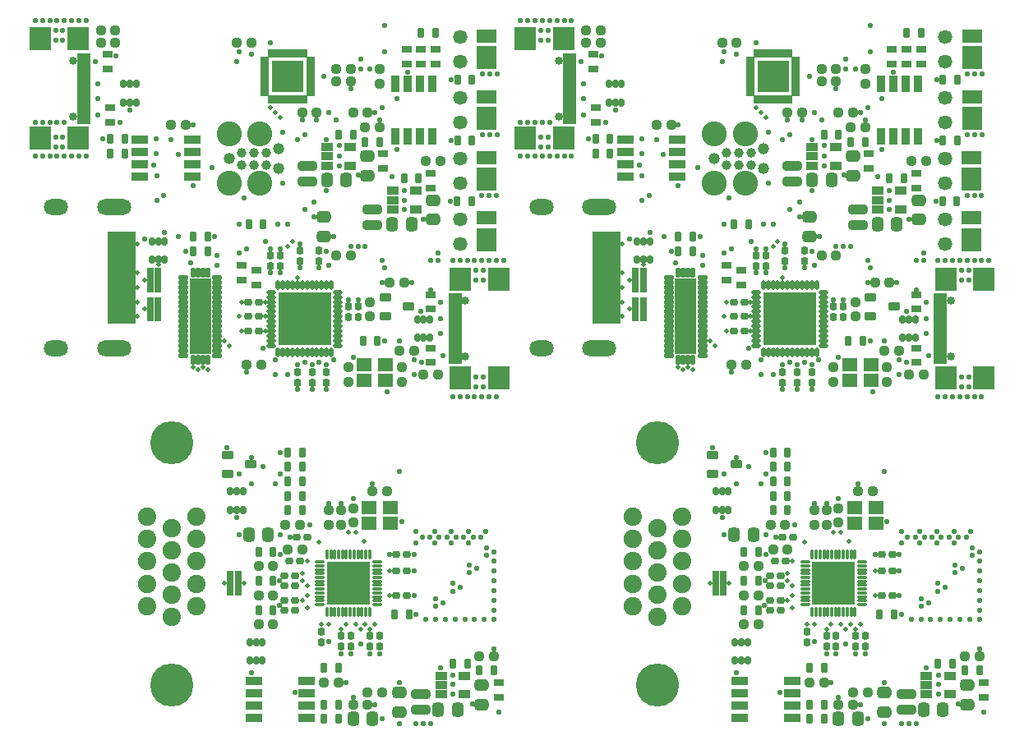
<source format=gts>
%FSLAX46Y46*%
%MOMM*%
%AMPS44*
21,1,5.500000,5.500000,0.000000,0.000000,180.000000*
%
%ADD44PS44*%
%AMPS23*
1,1,1.895000,0.000000,0.000000*
%
%ADD23PS23*%
%AMPS24*
1,1,4.446000,0.000000,0.000000*
%
%ADD24PS24*%
%AMPS48*
21,1,4.400000,4.400000,0.000000,0.000000,90.000000*
%
%ADD48PS48*%
%AMPS26*
21,1,0.450000,0.700000,0.000000,0.000000,90.000000*
%
%ADD26PS26*%
%AMPS29*
21,1,0.450000,0.700000,0.000000,0.000000,270.000000*
%
%ADD29PS29*%
%AMPS54*
21,1,0.800000,1.700000,0.000000,0.000000,0.000000*
%
%ADD54PS54*%
%AMPS39*
21,1,0.800000,1.700000,0.000000,0.000000,90.000000*
%
%ADD39PS39*%
%AMPS55*
21,1,0.800000,1.700000,0.000000,0.000000,180.000000*
%
%ADD55PS55*%
%AMPS38*
21,1,0.800000,1.700000,0.000000,0.000000,270.000000*
%
%ADD38PS38*%
%AMPS27*
21,1,0.650000,0.700000,0.000000,0.000000,90.000000*
%
%ADD27PS27*%
%AMPS28*
21,1,0.650000,0.700000,0.000000,0.000000,270.000000*
%
%ADD28PS28*%
%AMPS61*
21,1,0.800000,1.350000,0.000000,0.000000,90.000000*
%
%ADD61PS61*%
%AMPS31*
21,1,0.800000,1.350000,0.000000,0.000000,270.000000*
%
%ADD31PS31*%
%AMPS66*
21,1,0.500000,0.800000,0.000000,0.000000,0.000000*
%
%ADD66PS66*%
%AMPS68*
21,1,0.500000,0.800000,0.000000,0.000000,90.000000*
%
%ADD68PS68*%
%AMPS67*
21,1,0.500000,0.800000,0.000000,0.000000,180.000000*
%
%ADD67PS67*%
%AMPS69*
21,1,0.500000,0.800000,0.000000,0.000000,270.000000*
%
%ADD69PS69*%
%AMPS37*
21,1,1.300000,2.080000,0.000000,0.000000,90.000000*
%
%ADD37PS37*%
%AMPS72*
21,1,0.500000,2.800000,0.000000,0.000000,270.000000*
%
%ADD72PS72*%
%AMPS36*
21,1,2.400000,2.080000,0.000000,0.000000,90.000000*
%
%ADD36PS36*%
%AMPS62*
21,1,2.380000,2.200000,0.000000,0.000000,90.000000*
%
%ADD62PS62*%
%AMPS32*
21,1,2.380000,2.200000,0.000000,0.000000,270.000000*
%
%ADD32PS32*%
%AMPS63*
21,1,0.500000,1.350000,0.000000,0.000000,90.000000*
%
%ADD63PS63*%
%AMPS33*
21,1,0.500000,1.350000,0.000000,0.000000,270.000000*
%
%ADD33PS33*%
%AMPS53*
21,1,0.900000,1.200000,0.000000,0.000000,270.000000*
%
%ADD53PS53*%
%AMPS60*
21,1,1.600000,1.400000,0.000000,0.000000,0.000000*
%
%ADD60PS60*%
%AMPS65*
21,1,1.600000,1.400000,0.000000,0.000000,180.000000*
%
%ADD65PS65*%
%AMPS75*
1,1,0.550000,0.000000,0.000000*
%
%ADD75PS75*%
%AMPS76*
1,1,0.500000,0.000000,0.000000*
%
%ADD76PS76*%
%AMPS73*
21,1,1.800000,1.700000,0.000000,0.000000,0.000000*
1,1,1.700000,0.900000,0.000000*
1,1,1.700000,-0.900000,0.000000*
%
%ADD73PS73*%
%AMPS74*
21,1,0.800000,1.700000,0.000000,0.000000,0.000000*
1,1,1.700000,0.400000,0.000000*
1,1,1.700000,-0.400000,0.000000*
%
%ADD74PS74*%
%AMPS49*
1,1,2.575000,0.000000,0.000000*
%
%ADD49PS49*%
%AMPS51*
1,1,2.575000,0.000000,0.000000*
%
%ADD51PS51*%
%AMPS16*
1,1,1.470000,0.000000,0.000000*
%
%ADD16PS16*%
%AMPS64*
1,1,0.850000,0.000000,0.000000*
%
%ADD64PS64*%
%AMPS34*
1,1,0.850000,0.000000,0.000000*
%
%ADD34PS34*%
%AMPS52*
1,1,1.190600,0.000000,0.000000*
%
%ADD52PS52*%
%AMPS58*
21,1,2.249999,7.750000,0.000000,0.000000,180.000000*
%
%ADD58PS58*%
%AMPS22*
1,1,0.560000,-0.220000,0.195000*
1,1,0.560000,0.220000,-0.195000*
1,1,0.560000,0.220000,0.195000*
1,1,0.560000,-0.220000,-0.195000*
21,1,1.000000,0.390000,0.000000,0.000000,0.000000*
21,1,0.440000,0.950000,0.000000,0.000000,0.000000*
%
%ADD22PS22*%
%AMPS59*
1,1,0.560000,-0.195000,-0.220000*
1,1,0.560000,0.195000,0.220000*
1,1,0.560000,-0.195000,0.220000*
1,1,0.560000,0.195000,-0.220000*
21,1,1.000000,0.390000,0.000000,0.000000,90.000000*
21,1,0.440000,0.950000,0.000000,0.000000,90.000000*
%
%ADD59PS59*%
%AMPS13*
1,1,0.560000,0.220000,-0.195000*
1,1,0.560000,-0.220000,0.195000*
1,1,0.560000,-0.220000,-0.195000*
1,1,0.560000,0.220000,0.195000*
21,1,1.000000,0.390000,0.000000,0.000000,180.000000*
21,1,0.440000,0.950000,0.000000,0.000000,180.000000*
%
%ADD13PS13*%
%AMPS40*
1,1,0.560000,0.195000,0.220000*
1,1,0.560000,-0.195000,-0.220000*
1,1,0.560000,0.195000,-0.220000*
1,1,0.560000,-0.195000,0.220000*
21,1,1.000000,0.390000,0.000000,0.000000,270.000000*
21,1,0.440000,0.950000,0.000000,0.000000,270.000000*
%
%ADD40PS40*%
%AMPS12*
1,1,0.700000,-0.250000,0.375000*
1,1,0.700000,0.250000,-0.375000*
1,1,0.700000,0.250000,0.375000*
1,1,0.700000,-0.250000,-0.375000*
21,1,1.200000,0.750000,0.000000,0.000000,0.000000*
21,1,0.500000,1.450000,0.000000,0.000000,0.000000*
%
%ADD12PS12*%
%AMPS14*
1,1,0.700000,-0.375000,-0.250000*
1,1,0.700000,0.375000,0.250000*
1,1,0.700000,-0.375000,0.250000*
1,1,0.700000,0.375000,-0.250000*
21,1,1.200000,0.750000,0.000000,0.000000,90.000000*
21,1,0.500000,1.450000,0.000000,0.000000,90.000000*
%
%ADD14PS14*%
%AMPS71*
1,1,0.700000,0.250000,-0.375000*
1,1,0.700000,-0.250000,0.375000*
1,1,0.700000,-0.250000,-0.375000*
1,1,0.700000,0.250000,0.375000*
21,1,1.200000,0.750000,0.000000,0.000000,180.000000*
21,1,0.500000,1.450000,0.000000,0.000000,180.000000*
%
%ADD71PS71*%
%AMPS20*
1,1,0.700000,0.375000,0.250000*
1,1,0.700000,-0.375000,-0.250000*
1,1,0.700000,0.375000,-0.250000*
1,1,0.700000,-0.375000,0.250000*
21,1,1.200000,0.750000,0.000000,0.000000,270.000000*
21,1,0.500000,1.450000,0.000000,0.000000,270.000000*
%
%ADD20PS20*%
%AMPS43*
1,1,0.325000,0.062500,-0.337500*
1,1,0.325000,-0.062500,0.337500*
1,1,0.325000,-0.062500,-0.337500*
1,1,0.325000,0.062500,0.337500*
21,1,0.450000,0.675000,0.000000,0.000000,180.000000*
21,1,0.125000,1.000000,0.000000,0.000000,180.000000*
%
%ADD43PS43*%
%AMPS15*
1,1,0.440000,-0.130000,0.330000*
1,1,0.440000,0.130000,-0.330000*
1,1,0.440000,0.130000,0.330000*
1,1,0.440000,-0.130000,-0.330000*
21,1,0.700000,0.660000,0.000000,0.000000,0.000000*
21,1,0.260000,1.100000,0.000000,0.000000,0.000000*
%
%ADD15PS15*%
%AMPS30*
1,1,0.440000,-0.330000,-0.130000*
1,1,0.440000,0.330000,0.130000*
1,1,0.440000,-0.330000,0.130000*
1,1,0.440000,0.330000,-0.130000*
21,1,0.700000,0.660000,0.000000,0.000000,90.000000*
21,1,0.260000,1.100000,0.000000,0.000000,90.000000*
%
%ADD30PS30*%
%AMPS11*
1,1,0.440000,0.130000,-0.330000*
1,1,0.440000,-0.130000,0.330000*
1,1,0.440000,-0.130000,-0.330000*
1,1,0.440000,0.130000,0.330000*
21,1,0.700000,0.660000,0.000000,0.000000,180.000000*
21,1,0.260000,1.100000,0.000000,0.000000,180.000000*
%
%ADD11PS11*%
%AMPS35*
1,1,0.440000,0.330000,0.130000*
1,1,0.440000,-0.330000,-0.130000*
1,1,0.440000,0.330000,-0.130000*
1,1,0.440000,-0.330000,0.130000*
21,1,0.700000,0.660000,0.000000,0.000000,270.000000*
21,1,0.260000,1.100000,0.000000,0.000000,270.000000*
%
%ADD35PS35*%
%AMPS19*
1,1,0.400000,-0.110000,0.200000*
1,1,0.400000,0.110000,-0.200000*
1,1,0.400000,0.110000,0.200000*
1,1,0.400000,-0.110000,-0.200000*
21,1,0.620000,0.400000,0.000000,0.000000,0.000000*
21,1,0.220000,0.800000,0.000000,0.000000,0.000000*
%
%ADD19PS19*%
%AMPS18*
1,1,0.400000,0.110000,-0.200000*
1,1,0.400000,-0.110000,0.200000*
1,1,0.400000,-0.110000,-0.200000*
1,1,0.400000,0.110000,0.200000*
21,1,0.620000,0.400000,0.000000,0.000000,180.000000*
21,1,0.220000,0.800000,0.000000,0.000000,180.000000*
%
%ADD18PS18*%
%AMPS46*
1,1,0.300000,-0.050000,-0.375000*
1,1,0.300000,0.050000,0.375000*
1,1,0.300000,-0.050000,0.375000*
1,1,0.300000,0.050000,-0.375000*
21,1,1.050000,0.100000,0.000000,0.000000,90.000000*
21,1,0.750000,0.400000,0.000000,0.000000,90.000000*
%
%ADD46PS46*%
%AMPS17*
1,1,0.700000,0.650000,0.150000*
1,1,0.700000,-0.650000,-0.150000*
1,1,0.700000,0.650000,-0.150000*
1,1,0.700000,-0.650000,0.150000*
21,1,1.000000,1.300000,0.000000,0.000000,270.000000*
21,1,0.300000,2.000000,0.000000,0.000000,270.000000*
%
%ADD17PS17*%
%AMPS41*
1,1,0.440000,-0.180000,0.130000*
1,1,0.440000,0.180000,-0.130000*
1,1,0.440000,0.180000,0.130000*
1,1,0.440000,-0.180000,-0.130000*
21,1,0.800000,0.260000,0.000000,0.000000,0.000000*
21,1,0.360000,0.700000,0.000000,0.000000,0.000000*
%
%ADD41PS41*%
%AMPS10*
1,1,0.440000,-0.130000,-0.180000*
1,1,0.440000,0.130000,0.180000*
1,1,0.440000,-0.130000,0.180000*
1,1,0.440000,0.130000,-0.180000*
21,1,0.800000,0.260000,0.000000,0.000000,90.000000*
21,1,0.360000,0.700000,0.000000,0.000000,90.000000*
%
%ADD10PS10*%
%AMPS25*
1,1,0.440000,0.180000,-0.130000*
1,1,0.440000,-0.180000,0.130000*
1,1,0.440000,-0.180000,-0.130000*
1,1,0.440000,0.180000,0.130000*
21,1,0.800000,0.260000,0.000000,0.000000,180.000000*
21,1,0.360000,0.700000,0.000000,0.000000,180.000000*
%
%ADD25PS25*%
%AMPS21*
1,1,0.440000,0.130000,0.180000*
1,1,0.440000,-0.130000,-0.180000*
1,1,0.440000,0.130000,-0.180000*
1,1,0.440000,-0.130000,0.180000*
21,1,0.800000,0.260000,0.000000,0.000000,270.000000*
21,1,0.360000,0.700000,0.000000,0.000000,270.000000*
%
%ADD21PS21*%
%AMPS45*
1,1,0.540000,-0.330000,-0.180000*
1,1,0.540000,0.330000,0.180000*
1,1,0.540000,-0.330000,0.180000*
1,1,0.540000,0.330000,-0.180000*
21,1,0.900000,0.660000,0.000000,0.000000,90.000000*
21,1,0.360000,1.200000,0.000000,0.000000,90.000000*
%
%ADD45PS45*%
%AMPS47*
1,1,0.300000,-0.375000,-0.050000*
1,1,0.300000,0.375000,0.050000*
1,1,0.300000,-0.375000,0.050000*
1,1,0.300000,0.375000,-0.050000*
21,1,0.400000,0.750000,0.000000,0.000000,90.000000*
21,1,0.100000,1.050000,0.000000,0.000000,90.000000*
%
%ADD47PS47*%
%AMPS57*
1,1,0.324000,0.088000,-0.363000*
1,1,0.324000,-0.088000,0.363000*
1,1,0.324000,-0.088000,-0.363000*
1,1,0.324000,0.088000,0.363000*
21,1,0.500000,0.726000,0.000000,0.000000,180.000000*
21,1,0.176000,1.050000,0.000000,0.000000,180.000000*
%
%ADD57PS57*%
%AMPS56*
1,1,0.324000,0.363000,0.088000*
1,1,0.324000,-0.363000,-0.088000*
1,1,0.324000,0.363000,-0.088000*
1,1,0.324000,-0.363000,0.088000*
21,1,0.500000,0.726000,0.000000,0.000000,270.000000*
21,1,0.176000,1.050000,0.000000,0.000000,270.000000*
%
%ADD56PS56*%
%AMPS42*
1,1,0.325000,0.337500,-0.062500*
1,1,0.325000,-0.337500,0.062500*
1,1,0.325000,-0.337500,-0.062500*
1,1,0.325000,0.337500,0.062500*
21,1,1.000000,0.125000,0.000000,0.000000,180.000000*
21,1,0.675000,0.450000,0.000000,0.000000,180.000000*
%
%ADD42PS42*%
%AMPS70*
21,1,3.300000,3.300000,0.000000,0.000000,180.000000*
%
%ADD70PS70*%
%AMPS50*
1,1,0.987400,0.000000,0.000000*
%
%ADD50PS50*%
G01*
%LPD*%
G01*
%LPD*%
G75*
D10*
X22000000Y17300000D03*
D10*
X22000000Y16200000D03*
D11*
X20250000Y-9500000D03*
D11*
X18750000Y-9500000D03*
D11*
X20250000Y-5000000D03*
D11*
X18750000Y-5000000D03*
D12*
X29500056Y19999992D03*
D12*
X31500056Y19999992D03*
D13*
X13500000Y38750000D03*
D13*
X15000000Y38750000D03*
D14*
X22500008Y18750056D03*
D14*
X22500008Y20750056D03*
D15*
X15750000Y-19750000D03*
D15*
X17250000Y-19750000D03*
D16*
X36500000Y26770400D03*
D16*
X36500000Y24230401D03*
D15*
X29750000Y-20250000D03*
D15*
X31250000Y-20250000D03*
D17*
X20749992Y26049944D03*
D17*
X20749992Y24449944D03*
D15*
X461051Y28824203D03*
D15*
X1961051Y28824203D03*
D18*
X12850000Y-7550000D03*
D18*
X14150000Y-7550000D03*
D18*
X13500000Y-7550000D03*
D19*
X12850000Y-9450000D03*
D19*
X14150000Y-9450000D03*
D19*
X13500000Y-9450000D03*
D11*
X25500000Y29250000D03*
D11*
X24000000Y29250000D03*
D14*
X27000008Y25000056D03*
D14*
X27000008Y27000056D03*
D13*
X25500000Y-29500000D03*
D13*
X27000000Y-29500000D03*
D20*
X30249992Y-28250056D03*
D20*
X30249992Y-30250056D03*
D21*
X21250000Y3700000D03*
D21*
X21250000Y4800000D03*
D11*
X10500000Y17250000D03*
D11*
X9000000Y17250000D03*
D10*
X17000000Y16800000D03*
D10*
X17000000Y15700000D03*
D22*
X25250000Y34750000D03*
D22*
X23750000Y34750000D03*
D23*
X6850000Y-18185000D03*
D23*
X4310000Y-19330000D03*
D23*
X4310000Y-10170000D03*
D23*
X4310000Y-12460000D03*
D23*
X6850000Y-11315000D03*
D23*
X4310000Y-14750000D03*
D23*
X6850000Y-13605000D03*
D23*
X9390000Y-12460000D03*
D23*
X9390000Y-17040000D03*
D23*
X6850000Y-15895000D03*
D23*
X9390000Y-19330000D03*
D23*
X9390000Y-10170000D03*
D23*
X6850000Y-20475000D03*
D23*
X4310000Y-17040000D03*
D24*
X6850000Y-27495000D03*
D24*
X6850000Y-2505000D03*
D23*
X9390000Y-14750000D03*
D25*
X18450000Y-17250000D03*
D25*
X19550000Y-17250000D03*
D26*
X5400000Y13249998D03*
D26*
X5400000Y15249998D03*
D27*
X5400000Y14249998D03*
D28*
X4600000Y14249998D03*
D29*
X4600000Y15249998D03*
D29*
X4600000Y13249998D03*
D26*
X5400000Y13749998D03*
D29*
X4600000Y13749998D03*
D26*
X5400000Y14749998D03*
D29*
X4600000Y14749998D03*
D10*
X18000000Y16800000D03*
D10*
X18000000Y15700000D03*
D12*
X25500056Y-31000008D03*
D12*
X27500056Y-31000008D03*
D15*
X36250000Y28625000D03*
D15*
X37750000Y28625000D03*
D18*
X1850000Y34450000D03*
D18*
X3150000Y34450000D03*
D18*
X2500000Y34450000D03*
D19*
X1850000Y32550000D03*
D19*
X3150000Y32550000D03*
D19*
X2500000Y32550000D03*
D13*
X15750000Y-21250000D03*
D13*
X17250000Y-21250000D03*
D30*
X28587500Y25750000D03*
D30*
X28587500Y27250000D03*
D13*
X27500000Y-7500000D03*
D13*
X29000000Y-7500000D03*
D13*
X23750000Y16750000D03*
D13*
X25250000Y16750000D03*
D16*
X36500000Y20520400D03*
D16*
X36500000Y17980401D03*
D31*
X-2245000Y30800000D03*
D32*
X-2820000Y39110000D03*
D33*
X-2245000Y35250000D03*
D32*
X-6750000Y28890000D03*
D33*
X-2245000Y32750000D03*
D32*
X-2820000Y28890000D03*
D33*
X-2245000Y34250000D03*
D33*
X-2245000Y35750000D03*
D33*
X-2245000Y32250000D03*
D34*
X-3320000Y36890000D03*
D31*
X-2245000Y36400000D03*
D32*
X-6750000Y39110000D03*
D33*
X-2245000Y33750000D03*
D31*
X-2245000Y31600000D03*
D31*
X-2245000Y37200000D03*
D33*
X-2245000Y34750000D03*
D34*
X-3320000Y31110000D03*
D33*
X-2245000Y33250000D03*
D26*
X13650000Y-18000002D03*
D26*
X13650000Y-16000002D03*
D27*
X13650000Y-17000002D03*
D28*
X12850000Y-17000002D03*
D29*
X12850000Y-16000002D03*
D29*
X12850000Y-18000002D03*
D26*
X13650000Y-17500002D03*
D29*
X12850000Y-17500002D03*
D26*
X13650000Y-16500002D03*
D29*
X12850000Y-16500002D03*
D35*
X33520000Y7250000D03*
D35*
X33520000Y5750000D03*
D36*
X39250000Y30905000D03*
D37*
X39250000Y33145000D03*
D13*
X32750000Y4500000D03*
D13*
X34250000Y4500000D03*
D30*
X500000Y30500000D03*
D30*
X500000Y32000000D03*
D25*
X18450000Y-18750000D03*
D25*
X19550000Y-18750000D03*
D10*
X26000000Y11550000D03*
D10*
X26000000Y10450000D03*
D38*
X15300000Y-28365000D03*
D38*
X15300000Y-30905000D03*
D39*
X20700000Y-28365000D03*
D38*
X15300000Y-27095000D03*
D38*
X15300000Y-29635000D03*
D39*
X20700000Y-30905000D03*
D39*
X20700000Y-29635000D03*
D39*
X20700000Y-27095000D03*
D40*
X24250000Y-11000000D03*
D40*
X24250000Y-9500000D03*
D13*
X33000000Y26500000D03*
D13*
X34500000Y26500000D03*
D11*
X40000000Y-26000000D03*
D11*
X38500000Y-26000000D03*
D18*
X14850000Y-23050000D03*
D18*
X16150000Y-23050000D03*
D18*
X15500000Y-23050000D03*
D19*
X14850000Y-24950000D03*
D19*
X16150000Y-24950000D03*
D19*
X15500000Y-24950000D03*
D11*
X24000000Y-29500000D03*
D11*
X22500000Y-29500000D03*
D25*
X19700000Y-12250000D03*
D25*
X20800000Y-12250000D03*
D15*
X22500000Y-25750000D03*
D15*
X24000000Y-25750000D03*
D25*
X18450000Y-19750000D03*
D25*
X19550000Y-19750000D03*
D10*
X20000000Y17300000D03*
D10*
X20000000Y16200000D03*
D22*
X1000000Y38750000D03*
D22*
X-500000Y38750000D03*
D30*
X250000Y36000000D03*
D30*
X250000Y37500000D03*
D25*
X14700000Y9000000D03*
D25*
X15800000Y9000000D03*
D41*
X31050000Y-15750000D03*
D41*
X29950000Y-15750000D03*
D35*
X34000000Y38000000D03*
D35*
X34000000Y36500000D03*
D13*
X38500000Y-24500000D03*
D13*
X40000000Y-24500000D03*
D11*
X10500000Y18750000D03*
D11*
X9000000Y18750000D03*
D11*
X37250000Y-25250000D03*
D11*
X35750000Y-25250000D03*
D42*
X23950000Y10500000D03*
D43*
X21750000Y6800000D03*
D43*
X21250000Y6800000D03*
D42*
X23950000Y13000000D03*
D42*
X23950000Y9500000D03*
D43*
X20750000Y13700000D03*
D43*
X18750000Y6800000D03*
D44*
X20500000Y10250000D03*
D42*
X17050000Y7500000D03*
D42*
X23950000Y7500000D03*
D43*
X21250000Y13700000D03*
D42*
X17050000Y13000000D03*
D42*
X23950000Y11000000D03*
D43*
X20250000Y13700000D03*
D42*
X17050000Y11500000D03*
D42*
X23950000Y10000000D03*
D42*
X23950000Y12500000D03*
D42*
X17050000Y10000000D03*
D42*
X17050000Y12500000D03*
D43*
X19250000Y13700000D03*
D43*
X21750000Y13700000D03*
D43*
X17750000Y6800000D03*
D42*
X23950000Y12000000D03*
D43*
X23250000Y6800000D03*
D42*
X23950000Y9000000D03*
D42*
X17050000Y10500000D03*
D43*
X20750000Y6800000D03*
D43*
X20250000Y6800000D03*
D43*
X18250000Y6800000D03*
D42*
X17050000Y9000000D03*
D43*
X18250000Y13700000D03*
D43*
X22750000Y6800000D03*
D42*
X17050000Y8500000D03*
D42*
X23950000Y8500000D03*
D42*
X17050000Y9500000D03*
D42*
X23950000Y11500000D03*
D42*
X17050000Y12000000D03*
D43*
X17750000Y13700000D03*
D42*
X17050000Y8000000D03*
D43*
X18750000Y13700000D03*
D43*
X23250000Y13700000D03*
D43*
X22250000Y13700000D03*
D43*
X22250000Y6800000D03*
D43*
X22750000Y13700000D03*
D42*
X17050000Y11000000D03*
D42*
X23950000Y8000000D03*
D43*
X19250000Y6800000D03*
D43*
X19750000Y13700000D03*
D43*
X19750000Y6800000D03*
D19*
X33400000Y8300000D03*
D19*
X32100000Y8300000D03*
D19*
X32750000Y8300000D03*
D18*
X33400000Y10200000D03*
D18*
X32100000Y10200000D03*
D18*
X32750000Y10200000D03*
D14*
X38750008Y-29499944D03*
D14*
X38750008Y-27499944D03*
D45*
X31200000Y11500000D03*
D45*
X28800000Y12450000D03*
D45*
X28800000Y10550000D03*
D13*
X15750000Y-15250000D03*
D13*
X17250000Y-15250000D03*
D35*
X33500000Y12750000D03*
D35*
X33500000Y11250000D03*
D46*
X24800000Y-19950000D03*
D46*
X23200000Y-14050000D03*
D47*
X22050000Y-17600000D03*
D46*
X24400000Y-14050000D03*
D46*
X22800000Y-14050000D03*
D47*
X22050000Y-18800000D03*
D47*
X27950000Y-18000000D03*
D46*
X26800000Y-19950000D03*
D48*
X25000000Y-17000000D03*
D47*
X22050000Y-16000000D03*
D47*
X22050000Y-16800000D03*
D46*
X27200000Y-19950000D03*
D47*
X27950000Y-15200000D03*
D47*
X27950000Y-16800000D03*
D46*
X26000000Y-19950000D03*
D47*
X27950000Y-16400000D03*
D47*
X27950000Y-18400000D03*
D46*
X24800000Y-14050000D03*
D46*
X22800000Y-19950000D03*
D47*
X27950000Y-18800000D03*
D47*
X22050000Y-18000000D03*
D47*
X22050000Y-16400000D03*
D47*
X27950000Y-17600000D03*
D46*
X23200000Y-19950000D03*
D47*
X27950000Y-14800000D03*
D46*
X24000000Y-19950000D03*
D46*
X23600000Y-14050000D03*
D46*
X25200000Y-14050000D03*
D47*
X22050000Y-14800000D03*
D46*
X25600000Y-14050000D03*
D46*
X26400000Y-14050000D03*
D47*
X27950000Y-19200000D03*
D46*
X26800000Y-14050000D03*
D46*
X25200000Y-19950000D03*
D46*
X24400000Y-19950000D03*
D47*
X27950000Y-17200000D03*
D46*
X26400000Y-19950000D03*
D47*
X22050000Y-15200000D03*
D47*
X27950000Y-15600000D03*
D47*
X22050000Y-17200000D03*
D47*
X22050000Y-15600000D03*
D46*
X25600000Y-19950000D03*
D46*
X27200000Y-14050000D03*
D46*
X23600000Y-19950000D03*
D46*
X26000000Y-14050000D03*
D47*
X27950000Y-16000000D03*
D46*
X24000000Y-14050000D03*
D47*
X22050000Y-18400000D03*
D47*
X22050000Y-19200000D03*
D22*
X8250000Y30250000D03*
D22*
X6750000Y30250000D03*
D39*
X8911051Y26189203D03*
D39*
X8911051Y28729203D03*
D38*
X3511051Y26189203D03*
D39*
X8911051Y24919203D03*
D39*
X8911051Y27459203D03*
D38*
X3511051Y28729203D03*
D38*
X3511051Y27459203D03*
D38*
X3511051Y24919203D03*
D49*
X12710000Y29290000D03*
D50*
X16520000Y26115000D03*
D50*
X13980000Y26115000D03*
D49*
X15885000Y29290000D03*
D51*
X12710000Y24210000D03*
D52*
X17790000Y27766000D03*
D50*
X13980000Y27385000D03*
D50*
X15250000Y27385000D03*
D50*
X15250000Y26115000D03*
D50*
X16520000Y27385000D03*
D52*
X17790000Y25734000D03*
D52*
X12710000Y26750000D03*
D51*
X15885000Y24210000D03*
D40*
X23000000Y-11000000D03*
D40*
X23000000Y-9500000D03*
D15*
X461051Y27324203D03*
D15*
X1961051Y27324203D03*
D53*
X22800000Y27000000D03*
D53*
X25200000Y26050000D03*
D53*
X22800000Y27950000D03*
D53*
X25200000Y27950000D03*
D53*
X22800000Y26050000D03*
D22*
X24000000Y-27250000D03*
D22*
X22500000Y-27250000D03*
D13*
X29250000Y14000000D03*
D13*
X30750000Y14000000D03*
D15*
X32500000Y39750000D03*
D15*
X34000000Y39750000D03*
D26*
X5400000Y10249998D03*
D26*
X5400000Y12249998D03*
D27*
X5400000Y11249998D03*
D28*
X4600000Y11249998D03*
D29*
X4600000Y12249998D03*
D29*
X4600000Y10249998D03*
D26*
X5400000Y10749998D03*
D29*
X4600000Y10749998D03*
D26*
X5400000Y11749998D03*
D29*
X4600000Y11749998D03*
D11*
X20250000Y-8000000D03*
D11*
X18750000Y-8000000D03*
D13*
X-500000Y40000000D03*
D13*
X1000000Y40000000D03*
D21*
X22250000Y-23050000D03*
D21*
X22250000Y-21950000D03*
D25*
X14700000Y12000000D03*
D25*
X15800000Y12000000D03*
D54*
X31115000Y29050000D03*
D54*
X33655000Y29050000D03*
D55*
X31115000Y34450000D03*
D54*
X29845000Y29050000D03*
D54*
X32385000Y29050000D03*
D55*
X33655000Y34450000D03*
D55*
X32385000Y34450000D03*
D55*
X29845000Y34450000D03*
D18*
X4775000Y18250000D03*
D18*
X6075000Y18250000D03*
D18*
X5425000Y18250000D03*
D19*
X4775000Y16350000D03*
D19*
X6075000Y16350000D03*
D19*
X5425000Y16350000D03*
D56*
X8025000Y12000000D03*
D56*
X8025000Y10000001D03*
D56*
X8025000Y9500000D03*
D56*
X11475000Y8000000D03*
D56*
X8025000Y9000000D03*
D57*
X10000062Y14975000D03*
D57*
X9499938Y6025000D03*
D56*
X8025000Y8000000D03*
D56*
X11475000Y6500000D03*
D56*
X11475000Y6999999D03*
D56*
X11475000Y7500001D03*
D56*
X8025000Y6999999D03*
D56*
X11475000Y13000000D03*
D56*
X8025000Y6500000D03*
D56*
X11475000Y13499999D03*
D57*
X9499938Y14975000D03*
D56*
X11475000Y8499999D03*
D56*
X11475000Y9000000D03*
D58*
X9750000Y10500000D03*
D56*
X8025000Y14000001D03*
D56*
X8025000Y10999999D03*
D56*
X11475000Y14000001D03*
D56*
X8025000Y10500000D03*
D56*
X8025000Y7500001D03*
D56*
X11475000Y12500001D03*
D56*
X11475000Y11500000D03*
D56*
X11475000Y14500000D03*
D57*
X8999811Y6025000D03*
D56*
X11475000Y10500000D03*
D57*
X10000062Y6025000D03*
D56*
X8025000Y13499999D03*
D56*
X11475000Y9500000D03*
D57*
X10500189Y6025000D03*
D57*
X8999811Y14975000D03*
D56*
X8025000Y12500001D03*
D57*
X10500189Y14975000D03*
D56*
X8025000Y8499999D03*
D56*
X8025000Y11500000D03*
D56*
X11475000Y12000000D03*
D56*
X11475000Y10000001D03*
D56*
X8025000Y13000000D03*
D56*
X8025000Y14500000D03*
D56*
X11475000Y10999999D03*
D10*
X25000000Y11550000D03*
D10*
X25000000Y10450000D03*
D11*
X16250000Y20000000D03*
D11*
X14750000Y20000000D03*
D30*
X40500000Y-28750000D03*
D30*
X40500000Y-27250000D03*
D17*
X27499992Y21549944D03*
D17*
X27499992Y19949944D03*
D25*
X14700000Y10500000D03*
D25*
X15800000Y10500000D03*
D15*
X15750000Y-16750000D03*
D15*
X17250000Y-16750000D03*
D13*
X15750000Y-18250000D03*
D13*
X17250000Y-18250000D03*
D15*
X36200000Y22375000D03*
D15*
X37700000Y22375000D03*
D59*
X27250000Y12000000D03*
D59*
X27250000Y10500000D03*
D13*
X20250000Y31500000D03*
D13*
X21750000Y31500000D03*
D35*
X31000000Y38000000D03*
D35*
X31000000Y36500000D03*
D25*
X18450000Y-16250000D03*
D25*
X19550000Y-16250000D03*
D59*
X28250000Y36000000D03*
D59*
X28250000Y34500000D03*
D11*
X32250000Y24750000D03*
D11*
X30750000Y24750000D03*
D60*
X29350000Y-9200000D03*
D60*
X27150000Y-9200000D03*
D60*
X27150000Y-10800000D03*
D60*
X29350000Y-10800000D03*
D30*
X14000000Y14250000D03*
D30*
X14000000Y15750000D03*
D35*
X32500000Y38000000D03*
D35*
X32500000Y36500000D03*
D21*
X19750000Y3700000D03*
D21*
X19750000Y4800000D03*
D12*
X34250056Y-30000008D03*
D12*
X36250056Y-30000008D03*
D41*
X31050000Y-18250000D03*
D41*
X29950000Y-18250000D03*
D15*
X15750000Y-13750000D03*
D15*
X17250000Y-13750000D03*
D45*
X14950000Y-4750000D03*
D45*
X12550000Y-3800000D03*
D45*
X12550000Y-5700000D03*
D21*
X28250000Y-23550000D03*
D21*
X28250000Y-22450000D03*
D11*
X28250000Y28500000D03*
D11*
X26750000Y28500000D03*
D36*
X39200000Y18405000D03*
D37*
X39200000Y20645000D03*
D61*
X35995000Y12450000D03*
D62*
X36570000Y4140000D03*
D63*
X35995000Y8000000D03*
D62*
X40500000Y14360000D03*
D63*
X35995000Y10500000D03*
D62*
X36570000Y14360000D03*
D63*
X35995000Y9000000D03*
D63*
X35995000Y7500000D03*
D63*
X35995000Y11000000D03*
D64*
X37070000Y6360000D03*
D61*
X35995000Y6850000D03*
D62*
X40500000Y4140000D03*
D63*
X35995000Y9500000D03*
D61*
X35995000Y11650000D03*
D61*
X35995000Y6050000D03*
D63*
X35995000Y8500000D03*
D64*
X37070000Y12140000D03*
D63*
X35995000Y10000000D03*
D65*
X26650000Y3950000D03*
D65*
X28850000Y3950000D03*
D65*
X28850000Y5550000D03*
D65*
X26650000Y5550000D03*
D22*
X16000000Y5500000D03*
D22*
X14500000Y5500000D03*
D66*
X18000000Y32900000D03*
D67*
X18000000Y37600000D03*
D68*
X21100000Y35000000D03*
D66*
X20500000Y32900000D03*
D69*
X16400000Y36000000D03*
D66*
X17000000Y32900000D03*
D67*
X19500000Y37600000D03*
D68*
X21100000Y35500000D03*
D69*
X16400000Y34000000D03*
D66*
X18500000Y32900000D03*
D68*
X21100000Y36000000D03*
D66*
X20000000Y32900000D03*
D67*
X18500000Y37600000D03*
D68*
X21100000Y37000000D03*
D67*
X20000000Y37600000D03*
D69*
X16400000Y36500000D03*
D67*
X19000000Y37600000D03*
D70*
X18750000Y35250000D03*
D69*
X16400000Y33500000D03*
D68*
X21100000Y34000000D03*
D69*
X16400000Y37000000D03*
D69*
X16400000Y34500000D03*
D69*
X16400000Y35000000D03*
D68*
X21100000Y34500000D03*
D69*
X16400000Y35500000D03*
D67*
X20500000Y37600000D03*
D67*
X17000000Y37600000D03*
D66*
X19000000Y32900000D03*
D67*
X17500000Y37600000D03*
D66*
X19500000Y32900000D03*
D66*
X17500000Y32900000D03*
D68*
X21100000Y33500000D03*
D68*
X21100000Y36500000D03*
D36*
X39250000Y37155000D03*
D37*
X39250000Y39395000D03*
D11*
X24000000Y-31000000D03*
D11*
X22500000Y-31000000D03*
D13*
X30250000Y7000000D03*
D13*
X31750000Y7000000D03*
D12*
X22800056Y24549882D03*
D12*
X24800056Y24549882D03*
D71*
X16749944Y-11999992D03*
D71*
X14749944Y-11999992D03*
D13*
X26750000Y30000000D03*
D13*
X28250000Y30000000D03*
D30*
X33500000Y23750000D03*
D30*
X33500000Y25250000D03*
D11*
X20250000Y-3500000D03*
D11*
X18750000Y-3500000D03*
D15*
X36250000Y34875000D03*
D15*
X37750000Y34875000D03*
D15*
X26500000Y8000000D03*
D15*
X28000000Y8000000D03*
D13*
X23750000Y36000000D03*
D13*
X25250000Y36000000D03*
D17*
X32499992Y-28450056D03*
D17*
X32499992Y-30050056D03*
D30*
X15500000Y13750000D03*
D30*
X15500000Y15250000D03*
D22*
X20250000Y-13500000D03*
D22*
X18750000Y-13500000D03*
D21*
X24250000Y-23550000D03*
D21*
X24250000Y-22450000D03*
D21*
X25250000Y-23550000D03*
D21*
X25250000Y-22450000D03*
D40*
X30500000Y3750000D03*
D40*
X30500000Y5250000D03*
D14*
X33750008Y20500056D03*
D14*
X33750008Y22500056D03*
D13*
X18500000Y-11000000D03*
D13*
X20000000Y-11000000D03*
D53*
X29550000Y22500000D03*
D53*
X31950000Y21550000D03*
D53*
X29550000Y23450000D03*
D53*
X31950000Y23450000D03*
D53*
X29550000Y21550000D03*
D16*
X36500000Y33020400D03*
D16*
X36500000Y30480401D03*
D22*
X27000000Y31500000D03*
D22*
X25500000Y31500000D03*
D11*
X20250000Y-6500000D03*
D11*
X18750000Y-6500000D03*
D21*
X27250000Y-23550000D03*
D21*
X27250000Y-22450000D03*
D72*
X1620000Y13000000D03*
D72*
X1620000Y18500000D03*
D72*
X1620000Y10000000D03*
D72*
X1620000Y10500000D03*
D73*
X860000Y7250000D03*
D72*
X1620000Y11000000D03*
D72*
X1620000Y16000000D03*
D72*
X1620000Y15500000D03*
D72*
X1620000Y17500000D03*
D73*
X860000Y21750000D03*
D72*
X1620000Y14000000D03*
D72*
X1620000Y12500000D03*
D74*
X-5100000Y21750000D03*
D72*
X1620000Y11500000D03*
D72*
X1620000Y15000000D03*
D72*
X1620000Y16500000D03*
D72*
X1620000Y19000000D03*
D72*
X1620000Y13500000D03*
D74*
X-5100000Y7250000D03*
D72*
X1620000Y14500000D03*
D72*
X1620000Y12000000D03*
D72*
X1620000Y18000000D03*
D72*
X1620000Y17000000D03*
D22*
X28500000Y-28250000D03*
D22*
X27000000Y-28250000D03*
D53*
X34550000Y-27500000D03*
D53*
X36950000Y-28450000D03*
D53*
X34550000Y-26550000D03*
D53*
X36950000Y-26550000D03*
D53*
X34550000Y-28450000D03*
D36*
X39200000Y24655000D03*
D37*
X39200000Y26895000D03*
D59*
X25500000Y-9250000D03*
D59*
X25500000Y-10750000D03*
D41*
X31050000Y-14000000D03*
D41*
X29950000Y-14000000D03*
D16*
X36500000Y39270400D03*
D16*
X36500000Y36730401D03*
D21*
X22750000Y3700000D03*
D21*
X22750000Y4800000D03*
D25*
X18950000Y-14750000D03*
D25*
X20050000Y-14750000D03*
D59*
X25000000Y5250000D03*
D59*
X25000000Y3750000D03*
D75*
X18750000Y10250000D03*
D75*
X24050000Y27049890D03*
D75*
X18750000Y8500000D03*
D75*
X17500000Y6000000D03*
D75*
X22750000Y17250000D03*
D75*
X11500000Y15750000D03*
D75*
X28250000Y-24250000D03*
D76*
X24250000Y-21750000D03*
D75*
X30250000Y-5500000D03*
D76*
X4000000Y11250000D03*
D76*
X26600000Y-12650000D03*
D75*
X32600000Y-12250000D03*
D75*
X28500000Y32000000D03*
D75*
X37500000Y-15900000D03*
D75*
X36000000Y-20750000D03*
D75*
X36500000Y16250000D03*
D75*
X23500000Y-15500000D03*
D76*
X20250000Y-18750000D03*
D75*
X17875000Y-19250000D03*
D75*
X14250000Y22750000D03*
D75*
X-2000000Y41000000D03*
D75*
X40250000Y23000000D03*
D75*
X18000000Y-5750000D03*
D76*
X14250000Y-17000000D03*
D75*
X38000000Y-20750000D03*
D75*
X21750000Y30750000D03*
D75*
X37000000Y-20750000D03*
D75*
X23500000Y-17000000D03*
D75*
X40500000Y-30250000D03*
D75*
X24750000Y-27250000D03*
D75*
X37800000Y-29450000D03*
D75*
X26250000Y-23250000D03*
D75*
X18750000Y35250000D03*
D75*
X22500000Y35250000D03*
D75*
X13750000Y17000000D03*
D75*
X22000000Y5750000D03*
D76*
X20750000Y-17250000D03*
D75*
X-5000000Y27000000D03*
D76*
X3250000Y13500000D03*
D75*
X29525000Y24950000D03*
D75*
X33000000Y-20750000D03*
D75*
X39000000Y-20750000D03*
D75*
X33500000Y-31500000D03*
D75*
X25125000Y-18500000D03*
D75*
X40000000Y-19750000D03*
D75*
X9000000Y30250000D03*
D76*
X27750000Y-21250000D03*
D75*
X32000000Y-31500000D03*
D75*
X40250000Y2250000D03*
D76*
X23000000Y-21250000D03*
D75*
X33875000Y-12875000D03*
D75*
X35750000Y2250000D03*
D75*
X26750000Y17750000D03*
D75*
X40000000Y-14750000D03*
D75*
X18750002Y36499999D03*
D75*
X16500000Y18250000D03*
D75*
X8750000Y16000000D03*
D75*
X26000000Y17750000D03*
D75*
X34520000Y10250000D03*
D75*
X26050000Y25049890D03*
D75*
X38000000Y16250000D03*
D75*
X23458871Y6020565D03*
D75*
X34000000Y-20750000D03*
D76*
X12250000Y7995000D03*
D76*
X16425000Y10500000D03*
D75*
X-5160000Y28000000D03*
D75*
X30750000Y23500000D03*
D75*
X18250000Y24250000D03*
D75*
X5250000Y22500000D03*
D75*
X25500000Y-28750000D03*
D75*
X16250000Y-5000000D03*
D75*
X35550000Y22375000D03*
D75*
X20000002Y35249999D03*
D75*
X33500000Y13250000D03*
D76*
X27250000Y-21750000D03*
D75*
X18750000Y20000000D03*
D75*
X35750000Y-17800000D03*
D75*
X36100000Y-12250000D03*
D75*
X9250000Y13750000D03*
D75*
X37500000Y-15100000D03*
D76*
X3250000Y17995000D03*
D75*
X-5750000Y27000000D03*
D75*
X19750000Y5500000D03*
D75*
X1095799Y37325633D03*
D75*
X35600000Y34875000D03*
D75*
X35150000Y-12250000D03*
D75*
X20500000Y5750000D03*
D75*
X17500000Y4500000D03*
D75*
X23750000Y30750000D03*
D75*
X-5000000Y41000000D03*
D75*
X22750000Y3000000D03*
D75*
X22250000Y10250000D03*
D75*
X40250000Y16250000D03*
D75*
X25000000Y-17000000D03*
D75*
X15000000Y-6750000D03*
D75*
X18000000Y17500000D03*
D75*
X9000000Y24000000D03*
D75*
X35750000Y-17000000D03*
D76*
X3250000Y15000000D03*
D76*
X3250000Y10500000D03*
D75*
X23500000Y18750000D03*
D75*
X-6500000Y30500000D03*
D75*
X5250000Y25000000D03*
D75*
X16250000Y7250000D03*
D76*
X29250000Y-18250000D03*
D75*
X17500002Y36499999D03*
D75*
X35800000Y-27450000D03*
D75*
X28750000Y40500000D03*
D75*
X40000000Y-16750000D03*
D75*
X35800000Y-26450000D03*
D75*
X-3500000Y41000000D03*
D75*
X41000000Y16250000D03*
D75*
X39500000Y2250000D03*
D75*
X23000000Y31500000D03*
D76*
X14000000Y12000000D03*
D75*
X39500000Y16250000D03*
D76*
X9000000Y5250000D03*
D76*
X16970000Y32030000D03*
D75*
X35625000Y-12875000D03*
D75*
X28500000Y-31000000D03*
D75*
X18750000Y4500000D03*
D75*
X39125000Y-11625000D03*
D75*
X-2000000Y27000000D03*
D75*
X15000000Y-26250000D03*
D76*
X16425000Y12000000D03*
D75*
X34250000Y17000000D03*
D75*
X20000000Y18000000D03*
D75*
X38650000Y-12250000D03*
D75*
X37250000Y16250000D03*
D75*
X-3500000Y27000000D03*
D75*
X30000000Y27750000D03*
D75*
X27750000Y31500000D03*
D76*
X16424686Y9000163D03*
D75*
X6075000Y19175000D03*
D76*
X20750000Y-14750000D03*
D75*
X21500000Y20750000D03*
D75*
X20500000Y29250000D03*
D76*
X12750000Y7500000D03*
D76*
X3250000Y12000000D03*
D75*
X20000002Y33999999D03*
D75*
X18000000Y-12000000D03*
D75*
X24250000Y-8750000D03*
D75*
X39250000Y-14150000D03*
D75*
X40000000Y-18750000D03*
D75*
X25500000Y-8250000D03*
D75*
X-4250000Y27000000D03*
D75*
X13750000Y20000000D03*
D75*
X18750000Y12000000D03*
D75*
X33500000Y16250000D03*
D75*
X22750000Y28750000D03*
D76*
X26250000Y-21750000D03*
D75*
X25250000Y17750000D03*
D75*
X13500000Y-10250000D03*
D75*
X30250000Y-31500000D03*
D75*
X17000000Y38750000D03*
D75*
X33400000Y-12250000D03*
D75*
X20250000Y30750000D03*
D75*
X10250000Y13750000D03*
D75*
X40300000Y29250000D03*
D75*
X39250000Y-13350000D03*
D75*
X20000000Y15500000D03*
D75*
X29000000Y2750000D03*
D75*
X-6500000Y41000000D03*
D75*
X30750000Y22500000D03*
D76*
X22250000Y-21250000D03*
D75*
X26250000Y37000000D03*
D75*
X17500002Y33999999D03*
D75*
X38000000Y2250000D03*
D75*
X24250000Y-24250000D03*
D75*
X-5160000Y40000000D03*
D75*
X31750000Y-15750000D03*
D75*
X20500000Y21500000D03*
D75*
X26000000Y12250000D03*
D75*
X-288949Y28824203D03*
D76*
X24750000Y-21225000D03*
D76*
X14000000Y9000000D03*
D75*
X9250000Y7250000D03*
D75*
X32000000Y-20250000D03*
D75*
X1500000Y30500000D03*
D75*
X-7250000Y30500000D03*
D75*
X32000000Y-11625000D03*
D76*
X20750000Y-18250000D03*
D75*
X13750000Y-5750000D03*
D75*
X18000000Y-14000000D03*
D75*
X30250000Y8000000D03*
D75*
X38250000Y-15500000D03*
D75*
X6000000Y23000000D03*
D75*
X30750000Y21500000D03*
D75*
X35800000Y-28450000D03*
D75*
X19500000Y-28250000D03*
D75*
X4961051Y26074203D03*
D75*
X23000000Y-8750000D03*
D75*
X28750000Y15500000D03*
D75*
X10250000Y7250000D03*
D75*
X22750000Y5500000D03*
D75*
X26250000Y36000000D03*
D75*
X37375000Y-11625000D03*
D75*
X26500000Y-15500000D03*
D75*
X30250000Y-27250000D03*
D76*
X29250000Y-15750000D03*
D75*
X-770000Y33000000D03*
D76*
X13750000Y10500000D03*
D76*
X12250000Y-17000000D03*
D75*
X15000000Y37500000D03*
D75*
X19750000Y28750000D03*
D75*
X32000000Y-12875000D03*
D75*
X35600000Y28625000D03*
D75*
X5211051Y28824203D03*
D75*
X2500000Y31750000D03*
D75*
X-4410000Y29000000D03*
D75*
X38750000Y16250000D03*
D75*
X34250000Y16250000D03*
D75*
X11500000Y16750000D03*
D76*
X10000000Y5250000D03*
D75*
X25250000Y34000000D03*
D75*
X18250000Y29500000D03*
D75*
X9250000Y8500000D03*
D75*
X22250000Y12000000D03*
D75*
X-4410000Y39000000D03*
D75*
X15000000Y-4000000D03*
D75*
X28500000Y14000000D03*
D75*
X17500000Y-6750000D03*
D75*
X27500000Y-6750000D03*
D75*
X20500000Y12000000D03*
D75*
X38800000Y35500000D03*
D75*
X20500000Y10250000D03*
D75*
X9250000Y11500000D03*
D75*
X27750000Y-29500000D03*
D75*
X-2750000Y41000000D03*
D75*
X38910000Y3250000D03*
D75*
X27250000Y-24250000D03*
D75*
X-5000000Y30500000D03*
D75*
X38750000Y23000000D03*
D75*
X38800000Y29250000D03*
D76*
X20250000Y-16000000D03*
D75*
X18750002Y33999999D03*
D75*
X39500000Y23000000D03*
D76*
X22000000Y-12750000D03*
D75*
X40000000Y-17750000D03*
D76*
X4000000Y14250000D03*
D75*
X4000000Y18500000D03*
D75*
X-6500000Y27000000D03*
D75*
X22250000Y8500000D03*
D75*
X-5750000Y41000000D03*
D75*
X31500000Y14000000D03*
D75*
X25500000Y6250000D03*
D75*
X-5160000Y39000000D03*
D75*
X31750000Y6000000D03*
D75*
X21000000Y-11000000D03*
D75*
X38160000Y4250000D03*
D76*
X5425000Y15825000D03*
D75*
X13750000Y-12000000D03*
D75*
X-770000Y34500000D03*
D75*
X30000000Y33000000D03*
D75*
X37250000Y2250000D03*
D75*
X32750000Y-31500000D03*
D75*
X34520000Y12000000D03*
D75*
X-1020000Y36750000D03*
D75*
X35625000Y-11625000D03*
D76*
X25750000Y-11750000D03*
D75*
X10250000Y8500000D03*
D75*
X38750000Y2250000D03*
D75*
X38160000Y15250000D03*
D75*
X23500000Y-18500000D03*
D75*
X19750000Y3000000D03*
D75*
X13500000Y36750000D03*
D75*
X33875000Y-11625000D03*
D75*
X28250000Y30750000D03*
D75*
X17750000Y20000000D03*
D75*
X31750000Y-14000000D03*
D75*
X-2750000Y27000000D03*
D75*
X24050000Y28105000D03*
D75*
X7500000Y18750000D03*
D75*
X26500000Y-17000000D03*
D75*
X34750000Y-19000000D03*
D75*
X34000000Y-19400000D03*
D75*
X11250000Y18750000D03*
D75*
X38910000Y15250000D03*
D76*
X18000000Y31000000D03*
D75*
X35000000Y-20750000D03*
D75*
X32500000Y11000000D03*
D75*
X-7250000Y27000000D03*
D75*
X14500000Y4750000D03*
D75*
X18000000Y15000000D03*
D75*
X28500000Y16250000D03*
D75*
X25000000Y12250000D03*
D75*
X23000000Y-23000000D03*
D75*
X31115000Y35635000D03*
D75*
X31750000Y4500000D03*
D76*
X26750000Y-21250000D03*
D75*
X40000000Y-13750000D03*
D75*
X38160000Y14250000D03*
D75*
X21250000Y3000000D03*
D75*
X29250000Y-14000000D03*
D75*
X31750000Y-18250000D03*
D76*
X25750000Y-21250000D03*
D75*
X38910000Y4250000D03*
D76*
X9500000Y5000000D03*
D75*
X28750000Y37750000D03*
D75*
X12500000Y-3000000D03*
D75*
X7450388Y27195104D03*
D75*
X25000000Y-15500000D03*
D75*
X39550000Y35500000D03*
D75*
X20000002Y36499999D03*
D76*
X19745000Y14500000D03*
D75*
X38160000Y3250000D03*
D75*
X8250000Y17250000D03*
D76*
X18750000Y17750000D03*
D76*
X20250000Y-16750000D03*
D75*
X36900000Y-12250000D03*
D75*
X22000000Y15500000D03*
D75*
X-4250000Y30500000D03*
D75*
X27250000Y36000000D03*
D75*
X-7250000Y41000000D03*
D75*
X37850000Y-12250000D03*
D75*
X38910000Y14250000D03*
D75*
X34500000Y-25750000D03*
D75*
X37375000Y-12875000D03*
D75*
X20625000Y8500000D03*
D76*
X10500000Y5000000D03*
D75*
X21250000Y5500000D03*
D76*
X17500000Y31530000D03*
D75*
X40000000Y-23750000D03*
D75*
X39550000Y29250000D03*
D75*
X36500000Y2250000D03*
D75*
X-5750000Y30500000D03*
D75*
X36500000Y-17400000D03*
D75*
X17900000Y-16750000D03*
D75*
X32520000Y5750000D03*
D76*
X20750000Y-19500000D03*
D75*
X30500000Y-10645000D03*
D75*
X25250000Y-24250000D03*
D75*
X28750000Y8000000D03*
D75*
X17500002Y35249999D03*
D75*
X17000000Y15000000D03*
D75*
X40300000Y35500000D03*
D75*
X-4250000Y41000000D03*
D75*
X18000000Y-3500000D03*
D75*
X34000000Y-18600000D03*
D75*
X17000000Y17500000D03*
D75*
X40000000Y-20750000D03*
D75*
X21500000Y22250000D03*
D75*
X35750000Y16250000D03*
D75*
X19000000Y-12250000D03*
D75*
X-4410000Y28000000D03*
D75*
X26500000Y-18500000D03*
D75*
X34520000Y8750000D03*
D75*
X10979680Y25879680D03*
D75*
X6750000Y28750000D03*
D75*
X40000000Y-15750000D03*
D75*
X5211051Y27324203D03*
D75*
X34350000Y-12250000D03*
D75*
X-4410000Y40000000D03*
D75*
X-770000Y31250000D03*
D75*
X10250000Y11500000D03*
D76*
X19250000Y18250000D03*
D75*
X32750000Y20500000D03*
D75*
X-5160000Y29000000D03*
D75*
X22750000Y23500000D03*
D76*
X25000000Y-11750000D03*
D75*
X13719997Y37750000D03*
D75*
X23000000Y15750000D03*
D75*
X14500000Y17500000D03*
D75*
X9750000Y10500000D03*
D75*
X24050000Y26049890D03*
D75*
X34770000Y6500000D03*
D10*
X72000000Y17300000D03*
D10*
X72000000Y16200000D03*
D11*
X70250000Y-9500000D03*
D11*
X68750000Y-9500000D03*
D11*
X70250000Y-5000000D03*
D11*
X68750000Y-5000000D03*
D12*
X79500056Y19999992D03*
D12*
X81500056Y19999992D03*
D13*
X63500000Y38750000D03*
D13*
X65000000Y38750000D03*
D14*
X72500008Y18750056D03*
D14*
X72500008Y20750056D03*
D15*
X65750000Y-19750000D03*
D15*
X67250000Y-19750000D03*
D16*
X86500000Y26770400D03*
D16*
X86500000Y24230401D03*
D15*
X79750000Y-20250000D03*
D15*
X81250000Y-20250000D03*
D17*
X70749992Y26049944D03*
D17*
X70749992Y24449944D03*
D15*
X50461051Y28824203D03*
D15*
X51961051Y28824203D03*
D18*
X62850000Y-7550000D03*
D18*
X64150000Y-7550000D03*
D18*
X63500000Y-7550000D03*
D19*
X62850000Y-9450000D03*
D19*
X64150000Y-9450000D03*
D19*
X63500000Y-9450000D03*
D11*
X75500000Y29250000D03*
D11*
X74000000Y29250000D03*
D14*
X77000008Y25000056D03*
D14*
X77000008Y27000056D03*
D13*
X75500000Y-29500000D03*
D13*
X77000000Y-29500000D03*
D20*
X80249992Y-28250056D03*
D20*
X80249992Y-30250056D03*
D21*
X71250000Y3700000D03*
D21*
X71250000Y4800000D03*
D11*
X60500000Y17250000D03*
D11*
X59000000Y17250000D03*
D10*
X67000000Y16800000D03*
D10*
X67000000Y15700000D03*
D22*
X75250000Y34750000D03*
D22*
X73750000Y34750000D03*
D23*
X56850000Y-18185000D03*
D23*
X54310000Y-19330000D03*
D23*
X54310000Y-10170000D03*
D23*
X54310000Y-12460000D03*
D23*
X56850000Y-11315000D03*
D23*
X54310000Y-14750000D03*
D23*
X56850000Y-13605000D03*
D23*
X59390000Y-12460000D03*
D23*
X59390000Y-17040000D03*
D23*
X56850000Y-15895000D03*
D23*
X59390000Y-19330000D03*
D23*
X59390000Y-10170000D03*
D23*
X56850000Y-20475000D03*
D23*
X54310000Y-17040000D03*
D24*
X56850000Y-27495000D03*
D24*
X56850000Y-2505000D03*
D23*
X59390000Y-14750000D03*
D25*
X68450000Y-17250000D03*
D25*
X69550000Y-17250000D03*
D26*
X55400000Y13249998D03*
D26*
X55400000Y15249998D03*
D27*
X55400000Y14249998D03*
D28*
X54600000Y14249998D03*
D29*
X54600000Y15249998D03*
D29*
X54600000Y13249998D03*
D26*
X55400000Y13749998D03*
D29*
X54600000Y13749998D03*
D26*
X55400000Y14749998D03*
D29*
X54600000Y14749998D03*
D10*
X68000000Y16800000D03*
D10*
X68000000Y15700000D03*
D12*
X75500056Y-31000008D03*
D12*
X77500056Y-31000008D03*
D15*
X86250000Y28625000D03*
D15*
X87750000Y28625000D03*
D18*
X51850000Y34450000D03*
D18*
X53150000Y34450000D03*
D18*
X52500000Y34450000D03*
D19*
X51850000Y32550000D03*
D19*
X53150000Y32550000D03*
D19*
X52500000Y32550000D03*
D13*
X65750000Y-21250000D03*
D13*
X67250000Y-21250000D03*
D30*
X78587500Y25750000D03*
D30*
X78587500Y27250000D03*
D13*
X77500000Y-7500000D03*
D13*
X79000000Y-7500000D03*
D13*
X73750000Y16750000D03*
D13*
X75250000Y16750000D03*
D16*
X86500000Y20520400D03*
D16*
X86500000Y17980401D03*
D31*
X47755000Y30800000D03*
D32*
X47180000Y39110000D03*
D33*
X47755000Y35250000D03*
D32*
X43250000Y28890000D03*
D33*
X47755000Y32750000D03*
D32*
X47180000Y28890000D03*
D33*
X47755000Y34250000D03*
D33*
X47755000Y35750000D03*
D33*
X47755000Y32250000D03*
D34*
X46680000Y36890000D03*
D31*
X47755000Y36400000D03*
D32*
X43250000Y39110000D03*
D33*
X47755000Y33750000D03*
D31*
X47755000Y31600000D03*
D31*
X47755000Y37200000D03*
D33*
X47755000Y34750000D03*
D34*
X46680000Y31110000D03*
D33*
X47755000Y33250000D03*
D26*
X63650000Y-18000002D03*
D26*
X63650000Y-16000002D03*
D27*
X63650000Y-17000002D03*
D28*
X62850000Y-17000002D03*
D29*
X62850000Y-16000002D03*
D29*
X62850000Y-18000002D03*
D26*
X63650000Y-17500002D03*
D29*
X62850000Y-17500002D03*
D26*
X63650000Y-16500002D03*
D29*
X62850000Y-16500002D03*
D35*
X83520000Y7250000D03*
D35*
X83520000Y5750000D03*
D36*
X89250000Y30905000D03*
D37*
X89250000Y33145000D03*
D13*
X82750000Y4500000D03*
D13*
X84250000Y4500000D03*
D30*
X50500000Y30500000D03*
D30*
X50500000Y32000000D03*
D25*
X68450000Y-18750000D03*
D25*
X69550000Y-18750000D03*
D10*
X76000000Y11550000D03*
D10*
X76000000Y10450000D03*
D38*
X65300000Y-28365000D03*
D38*
X65300000Y-30905000D03*
D39*
X70700000Y-28365000D03*
D38*
X65300000Y-27095000D03*
D38*
X65300000Y-29635000D03*
D39*
X70700000Y-30905000D03*
D39*
X70700000Y-29635000D03*
D39*
X70700000Y-27095000D03*
D40*
X74250000Y-11000000D03*
D40*
X74250000Y-9500000D03*
D13*
X83000000Y26500000D03*
D13*
X84500000Y26500000D03*
D11*
X90000000Y-26000000D03*
D11*
X88500000Y-26000000D03*
D18*
X64850000Y-23050000D03*
D18*
X66150000Y-23050000D03*
D18*
X65500000Y-23050000D03*
D19*
X64850000Y-24950000D03*
D19*
X66150000Y-24950000D03*
D19*
X65500000Y-24950000D03*
D11*
X74000000Y-29500000D03*
D11*
X72500000Y-29500000D03*
D25*
X69700000Y-12250000D03*
D25*
X70800000Y-12250000D03*
D15*
X72500000Y-25750000D03*
D15*
X74000000Y-25750000D03*
D25*
X68450000Y-19750000D03*
D25*
X69550000Y-19750000D03*
D10*
X70000000Y17300000D03*
D10*
X70000000Y16200000D03*
D22*
X51000000Y38750000D03*
D22*
X49500000Y38750000D03*
D30*
X50250000Y36000000D03*
D30*
X50250000Y37500000D03*
D25*
X64700000Y9000000D03*
D25*
X65800000Y9000000D03*
D41*
X81050000Y-15750000D03*
D41*
X79950000Y-15750000D03*
D35*
X84000000Y38000000D03*
D35*
X84000000Y36500000D03*
D13*
X88500000Y-24500000D03*
D13*
X90000000Y-24500000D03*
D11*
X60500000Y18750000D03*
D11*
X59000000Y18750000D03*
D11*
X87250000Y-25250000D03*
D11*
X85750000Y-25250000D03*
D42*
X73950000Y10500000D03*
D43*
X71750000Y6800000D03*
D43*
X71250000Y6800000D03*
D42*
X73950000Y13000000D03*
D42*
X73950000Y9500000D03*
D43*
X70750000Y13700000D03*
D43*
X68750000Y6800000D03*
D44*
X70500000Y10250000D03*
D42*
X67050000Y7500000D03*
D42*
X73950000Y7500000D03*
D43*
X71250000Y13700000D03*
D42*
X67050000Y13000000D03*
D42*
X73950000Y11000000D03*
D43*
X70250000Y13700000D03*
D42*
X67050000Y11500000D03*
D42*
X73950000Y10000000D03*
D42*
X73950000Y12500000D03*
D42*
X67050000Y10000000D03*
D42*
X67050000Y12500000D03*
D43*
X69250000Y13700000D03*
D43*
X71750000Y13700000D03*
D43*
X67750000Y6800000D03*
D42*
X73950000Y12000000D03*
D43*
X73250000Y6800000D03*
D42*
X73950000Y9000000D03*
D42*
X67050000Y10500000D03*
D43*
X70750000Y6800000D03*
D43*
X70250000Y6800000D03*
D43*
X68250000Y6800000D03*
D42*
X67050000Y9000000D03*
D43*
X68250000Y13700000D03*
D43*
X72750000Y6800000D03*
D42*
X67050000Y8500000D03*
D42*
X73950000Y8500000D03*
D42*
X67050000Y9500000D03*
D42*
X73950000Y11500000D03*
D42*
X67050000Y12000000D03*
D43*
X67750000Y13700000D03*
D42*
X67050000Y8000000D03*
D43*
X68750000Y13700000D03*
D43*
X73250000Y13700000D03*
D43*
X72250000Y13700000D03*
D43*
X72250000Y6800000D03*
D43*
X72750000Y13700000D03*
D42*
X67050000Y11000000D03*
D42*
X73950000Y8000000D03*
D43*
X69250000Y6800000D03*
D43*
X69750000Y13700000D03*
D43*
X69750000Y6800000D03*
D19*
X83400000Y8300000D03*
D19*
X82100000Y8300000D03*
D19*
X82750000Y8300000D03*
D18*
X83400000Y10200000D03*
D18*
X82100000Y10200000D03*
D18*
X82750000Y10200000D03*
D14*
X88750008Y-29499944D03*
D14*
X88750008Y-27499944D03*
D45*
X81200000Y11500000D03*
D45*
X78800000Y12450000D03*
D45*
X78800000Y10550000D03*
D13*
X65750000Y-15250000D03*
D13*
X67250000Y-15250000D03*
D35*
X83500000Y12750000D03*
D35*
X83500000Y11250000D03*
D46*
X74800000Y-19950000D03*
D46*
X73200000Y-14050000D03*
D47*
X72050000Y-17600000D03*
D46*
X74400000Y-14050000D03*
D46*
X72800000Y-14050000D03*
D47*
X72050000Y-18800000D03*
D47*
X77950000Y-18000000D03*
D46*
X76800000Y-19950000D03*
D48*
X75000000Y-17000000D03*
D47*
X72050000Y-16000000D03*
D47*
X72050000Y-16800000D03*
D46*
X77200000Y-19950000D03*
D47*
X77950000Y-15200000D03*
D47*
X77950000Y-16800000D03*
D46*
X76000000Y-19950000D03*
D47*
X77950000Y-16400000D03*
D47*
X77950000Y-18400000D03*
D46*
X74800000Y-14050000D03*
D46*
X72800000Y-19950000D03*
D47*
X77950000Y-18800000D03*
D47*
X72050000Y-18000000D03*
D47*
X72050000Y-16400000D03*
D47*
X77950000Y-17600000D03*
D46*
X73200000Y-19950000D03*
D47*
X77950000Y-14800000D03*
D46*
X74000000Y-19950000D03*
D46*
X73600000Y-14050000D03*
D46*
X75200000Y-14050000D03*
D47*
X72050000Y-14800000D03*
D46*
X75600000Y-14050000D03*
D46*
X76400000Y-14050000D03*
D47*
X77950000Y-19200000D03*
D46*
X76800000Y-14050000D03*
D46*
X75200000Y-19950000D03*
D46*
X74400000Y-19950000D03*
D47*
X77950000Y-17200000D03*
D46*
X76400000Y-19950000D03*
D47*
X72050000Y-15200000D03*
D47*
X77950000Y-15600000D03*
D47*
X72050000Y-17200000D03*
D47*
X72050000Y-15600000D03*
D46*
X75600000Y-19950000D03*
D46*
X77200000Y-14050000D03*
D46*
X73600000Y-19950000D03*
D46*
X76000000Y-14050000D03*
D47*
X77950000Y-16000000D03*
D46*
X74000000Y-14050000D03*
D47*
X72050000Y-18400000D03*
D47*
X72050000Y-19200000D03*
D22*
X58250000Y30250000D03*
D22*
X56750000Y30250000D03*
D39*
X58911051Y26189203D03*
D39*
X58911051Y28729203D03*
D38*
X53511051Y26189203D03*
D39*
X58911051Y24919203D03*
D39*
X58911051Y27459203D03*
D38*
X53511051Y28729203D03*
D38*
X53511051Y27459203D03*
D38*
X53511051Y24919203D03*
D49*
X62710000Y29290000D03*
D50*
X66520000Y26115000D03*
D50*
X63980000Y26115000D03*
D49*
X65885000Y29290000D03*
D51*
X62710000Y24210000D03*
D52*
X67790000Y27766000D03*
D50*
X63980000Y27385000D03*
D50*
X65250000Y27385000D03*
D50*
X65250000Y26115000D03*
D50*
X66520000Y27385000D03*
D52*
X67790000Y25734000D03*
D52*
X62710000Y26750000D03*
D51*
X65885000Y24210000D03*
D40*
X73000000Y-11000000D03*
D40*
X73000000Y-9500000D03*
D15*
X50461051Y27324203D03*
D15*
X51961051Y27324203D03*
D53*
X72800000Y27000000D03*
D53*
X75200000Y26050000D03*
D53*
X72800000Y27950000D03*
D53*
X75200000Y27950000D03*
D53*
X72800000Y26050000D03*
D22*
X74000000Y-27250000D03*
D22*
X72500000Y-27250000D03*
D13*
X79250000Y14000000D03*
D13*
X80750000Y14000000D03*
D15*
X82500000Y39750000D03*
D15*
X84000000Y39750000D03*
D26*
X55400000Y10249998D03*
D26*
X55400000Y12249998D03*
D27*
X55400000Y11249998D03*
D28*
X54600000Y11249998D03*
D29*
X54600000Y12249998D03*
D29*
X54600000Y10249998D03*
D26*
X55400000Y10749998D03*
D29*
X54600000Y10749998D03*
D26*
X55400000Y11749998D03*
D29*
X54600000Y11749998D03*
D11*
X70250000Y-8000000D03*
D11*
X68750000Y-8000000D03*
D13*
X49500000Y40000000D03*
D13*
X51000000Y40000000D03*
D21*
X72250000Y-23050000D03*
D21*
X72250000Y-21950000D03*
D25*
X64700000Y12000000D03*
D25*
X65800000Y12000000D03*
D54*
X81115000Y29050000D03*
D54*
X83655000Y29050000D03*
D55*
X81115000Y34450000D03*
D54*
X79845000Y29050000D03*
D54*
X82385000Y29050000D03*
D55*
X83655000Y34450000D03*
D55*
X82385000Y34450000D03*
D55*
X79845000Y34450000D03*
D18*
X54775000Y18250000D03*
D18*
X56075000Y18250000D03*
D18*
X55425000Y18250000D03*
D19*
X54775000Y16350000D03*
D19*
X56075000Y16350000D03*
D19*
X55425000Y16350000D03*
D56*
X58025000Y12000000D03*
D56*
X58025000Y10000001D03*
D56*
X58025000Y9500000D03*
D56*
X61475000Y8000000D03*
D56*
X58025000Y9000000D03*
D57*
X60000062Y14975000D03*
D57*
X59499938Y6025000D03*
D56*
X58025000Y8000000D03*
D56*
X61475000Y6500000D03*
D56*
X61475000Y6999999D03*
D56*
X61475000Y7500001D03*
D56*
X58025000Y6999999D03*
D56*
X61475000Y13000000D03*
D56*
X58025000Y6500000D03*
D56*
X61475000Y13499999D03*
D57*
X59499938Y14975000D03*
D56*
X61475000Y8499999D03*
D56*
X61475000Y9000000D03*
D58*
X59750000Y10500000D03*
D56*
X58025000Y14000001D03*
D56*
X58025000Y10999999D03*
D56*
X61475000Y14000001D03*
D56*
X58025000Y10500000D03*
D56*
X58025000Y7500001D03*
D56*
X61475000Y12500001D03*
D56*
X61475000Y11500000D03*
D56*
X61475000Y14500000D03*
D57*
X58999811Y6025000D03*
D56*
X61475000Y10500000D03*
D57*
X60000062Y6025000D03*
D56*
X58025000Y13499999D03*
D56*
X61475000Y9500000D03*
D57*
X60500189Y6025000D03*
D57*
X58999811Y14975000D03*
D56*
X58025000Y12500001D03*
D57*
X60500189Y14975000D03*
D56*
X58025000Y8499999D03*
D56*
X58025000Y11500000D03*
D56*
X61475000Y12000000D03*
D56*
X61475000Y10000001D03*
D56*
X58025000Y13000000D03*
D56*
X58025000Y14500000D03*
D56*
X61475000Y10999999D03*
D10*
X75000000Y11550000D03*
D10*
X75000000Y10450000D03*
D11*
X66250000Y20000000D03*
D11*
X64750000Y20000000D03*
D30*
X90500000Y-28750000D03*
D30*
X90500000Y-27250000D03*
D17*
X77499992Y21549944D03*
D17*
X77499992Y19949944D03*
D25*
X64700000Y10500000D03*
D25*
X65800000Y10500000D03*
D15*
X65750000Y-16750000D03*
D15*
X67250000Y-16750000D03*
D13*
X65750000Y-18250000D03*
D13*
X67250000Y-18250000D03*
D15*
X86200000Y22375000D03*
D15*
X87700000Y22375000D03*
D59*
X77250000Y12000000D03*
D59*
X77250000Y10500000D03*
D13*
X70250000Y31500000D03*
D13*
X71750000Y31500000D03*
D35*
X81000000Y38000000D03*
D35*
X81000000Y36500000D03*
D25*
X68450000Y-16250000D03*
D25*
X69550000Y-16250000D03*
D59*
X78250000Y36000000D03*
D59*
X78250000Y34500000D03*
D11*
X82250000Y24750000D03*
D11*
X80750000Y24750000D03*
D60*
X79350000Y-9200000D03*
D60*
X77150000Y-9200000D03*
D60*
X77150000Y-10800000D03*
D60*
X79350000Y-10800000D03*
D30*
X64000000Y14250000D03*
D30*
X64000000Y15750000D03*
D35*
X82500000Y38000000D03*
D35*
X82500000Y36500000D03*
D21*
X69750000Y3700000D03*
D21*
X69750000Y4800000D03*
D12*
X84250056Y-30000008D03*
D12*
X86250056Y-30000008D03*
D41*
X81050000Y-18250000D03*
D41*
X79950000Y-18250000D03*
D15*
X65750000Y-13750000D03*
D15*
X67250000Y-13750000D03*
D45*
X64950000Y-4750000D03*
D45*
X62550000Y-3800000D03*
D45*
X62550000Y-5700000D03*
D21*
X78250000Y-23550000D03*
D21*
X78250000Y-22450000D03*
D11*
X78250000Y28500000D03*
D11*
X76750000Y28500000D03*
D36*
X89200000Y18405000D03*
D37*
X89200000Y20645000D03*
D61*
X85995000Y12450000D03*
D62*
X86570000Y4140000D03*
D63*
X85995000Y8000000D03*
D62*
X90500000Y14360000D03*
D63*
X85995000Y10500000D03*
D62*
X86570000Y14360000D03*
D63*
X85995000Y9000000D03*
D63*
X85995000Y7500000D03*
D63*
X85995000Y11000000D03*
D64*
X87070000Y6360000D03*
D61*
X85995000Y6850000D03*
D62*
X90500000Y4140000D03*
D63*
X85995000Y9500000D03*
D61*
X85995000Y11650000D03*
D61*
X85995000Y6050000D03*
D63*
X85995000Y8500000D03*
D64*
X87070000Y12140000D03*
D63*
X85995000Y10000000D03*
D65*
X76650000Y3950000D03*
D65*
X78850000Y3950000D03*
D65*
X78850000Y5550000D03*
D65*
X76650000Y5550000D03*
D22*
X66000000Y5500000D03*
D22*
X64500000Y5500000D03*
D66*
X68000000Y32900000D03*
D67*
X68000000Y37600000D03*
D68*
X71100000Y35000000D03*
D66*
X70500000Y32900000D03*
D69*
X66400000Y36000000D03*
D66*
X67000000Y32900000D03*
D67*
X69500000Y37600000D03*
D68*
X71100000Y35500000D03*
D69*
X66400000Y34000000D03*
D66*
X68500000Y32900000D03*
D68*
X71100000Y36000000D03*
D66*
X70000000Y32900000D03*
D67*
X68500000Y37600000D03*
D68*
X71100000Y37000000D03*
D67*
X70000000Y37600000D03*
D69*
X66400000Y36500000D03*
D67*
X69000000Y37600000D03*
D70*
X68750000Y35250000D03*
D69*
X66400000Y33500000D03*
D68*
X71100000Y34000000D03*
D69*
X66400000Y37000000D03*
D69*
X66400000Y34500000D03*
D69*
X66400000Y35000000D03*
D68*
X71100000Y34500000D03*
D69*
X66400000Y35500000D03*
D67*
X70500000Y37600000D03*
D67*
X67000000Y37600000D03*
D66*
X69000000Y32900000D03*
D67*
X67500000Y37600000D03*
D66*
X69500000Y32900000D03*
D66*
X67500000Y32900000D03*
D68*
X71100000Y33500000D03*
D68*
X71100000Y36500000D03*
D36*
X89250000Y37155000D03*
D37*
X89250000Y39395000D03*
D11*
X74000000Y-31000000D03*
D11*
X72500000Y-31000000D03*
D13*
X80250000Y7000000D03*
D13*
X81750000Y7000000D03*
D12*
X72800056Y24549882D03*
D12*
X74800056Y24549882D03*
D71*
X66749944Y-11999992D03*
D71*
X64749944Y-11999992D03*
D13*
X76750000Y30000000D03*
D13*
X78250000Y30000000D03*
D30*
X83500000Y23750000D03*
D30*
X83500000Y25250000D03*
D11*
X70250000Y-3500000D03*
D11*
X68750000Y-3500000D03*
D15*
X86250000Y34875000D03*
D15*
X87750000Y34875000D03*
D15*
X76500000Y8000000D03*
D15*
X78000000Y8000000D03*
D13*
X73750000Y36000000D03*
D13*
X75250000Y36000000D03*
D17*
X82499992Y-28450056D03*
D17*
X82499992Y-30050056D03*
D30*
X65500000Y13750000D03*
D30*
X65500000Y15250000D03*
D22*
X70250000Y-13500000D03*
D22*
X68750000Y-13500000D03*
D21*
X74250000Y-23550000D03*
D21*
X74250000Y-22450000D03*
D21*
X75250000Y-23550000D03*
D21*
X75250000Y-22450000D03*
D40*
X80500000Y3750000D03*
D40*
X80500000Y5250000D03*
D14*
X83750008Y20500056D03*
D14*
X83750008Y22500056D03*
D13*
X68500000Y-11000000D03*
D13*
X70000000Y-11000000D03*
D53*
X79550000Y22500000D03*
D53*
X81950000Y21550000D03*
D53*
X79550000Y23450000D03*
D53*
X81950000Y23450000D03*
D53*
X79550000Y21550000D03*
D16*
X86500000Y33020400D03*
D16*
X86500000Y30480401D03*
D22*
X77000000Y31500000D03*
D22*
X75500000Y31500000D03*
D11*
X70250000Y-6500000D03*
D11*
X68750000Y-6500000D03*
D21*
X77250000Y-23550000D03*
D21*
X77250000Y-22450000D03*
D72*
X51620000Y13000000D03*
D72*
X51620000Y18500000D03*
D72*
X51620000Y10000000D03*
D72*
X51620000Y10500000D03*
D73*
X50860000Y7250000D03*
D72*
X51620000Y11000000D03*
D72*
X51620000Y16000000D03*
D72*
X51620000Y15500000D03*
D72*
X51620000Y17500000D03*
D73*
X50860000Y21750000D03*
D72*
X51620000Y14000000D03*
D72*
X51620000Y12500000D03*
D74*
X44900000Y21750000D03*
D72*
X51620000Y11500000D03*
D72*
X51620000Y15000000D03*
D72*
X51620000Y16500000D03*
D72*
X51620000Y19000000D03*
D72*
X51620000Y13500000D03*
D74*
X44900000Y7250000D03*
D72*
X51620000Y14500000D03*
D72*
X51620000Y12000000D03*
D72*
X51620000Y18000000D03*
D72*
X51620000Y17000000D03*
D22*
X78500000Y-28250000D03*
D22*
X77000000Y-28250000D03*
D53*
X84550000Y-27500000D03*
D53*
X86950000Y-28450000D03*
D53*
X84550000Y-26550000D03*
D53*
X86950000Y-26550000D03*
D53*
X84550000Y-28450000D03*
D36*
X89200000Y24655000D03*
D37*
X89200000Y26895000D03*
D59*
X75500000Y-9250000D03*
D59*
X75500000Y-10750000D03*
D41*
X81050000Y-14000000D03*
D41*
X79950000Y-14000000D03*
D16*
X86500000Y39270400D03*
D16*
X86500000Y36730401D03*
D21*
X72750000Y3700000D03*
D21*
X72750000Y4800000D03*
D25*
X68950000Y-14750000D03*
D25*
X70050000Y-14750000D03*
D59*
X75000000Y5250000D03*
D59*
X75000000Y3750000D03*
D75*
X68750000Y10250000D03*
D75*
X74050000Y27049890D03*
D75*
X68750000Y8500000D03*
D75*
X67500000Y6000000D03*
D75*
X72750000Y17250000D03*
D75*
X61500000Y15750000D03*
D75*
X78250000Y-24250000D03*
D76*
X74250000Y-21750000D03*
D75*
X80250000Y-5500000D03*
D76*
X54000000Y11250000D03*
D76*
X76600000Y-12650000D03*
D75*
X82600000Y-12250000D03*
D75*
X78500000Y32000000D03*
D75*
X87500000Y-15900000D03*
D75*
X86000000Y-20750000D03*
D75*
X86500000Y16250000D03*
D75*
X73500000Y-15500000D03*
D76*
X70250000Y-18750000D03*
D75*
X67875000Y-19250000D03*
D75*
X64250000Y22750000D03*
D75*
X48000000Y41000000D03*
D75*
X90250000Y23000000D03*
D75*
X68000000Y-5750000D03*
D76*
X64250000Y-17000000D03*
D75*
X88000000Y-20750000D03*
D75*
X71750000Y30750000D03*
D75*
X87000000Y-20750000D03*
D75*
X73500000Y-17000000D03*
D75*
X90500000Y-30250000D03*
D75*
X74750000Y-27250000D03*
D75*
X87800000Y-29450000D03*
D75*
X76250000Y-23250000D03*
D75*
X68750000Y35250000D03*
D75*
X72500000Y35250000D03*
D75*
X63750000Y17000000D03*
D75*
X72000000Y5750000D03*
D76*
X70750000Y-17250000D03*
D75*
X45000000Y27000000D03*
D76*
X53250000Y13500000D03*
D75*
X79525000Y24950000D03*
D75*
X83000000Y-20750000D03*
D75*
X89000000Y-20750000D03*
D75*
X83500000Y-31500000D03*
D75*
X75125000Y-18500000D03*
D75*
X90000000Y-19750000D03*
D75*
X59000000Y30250000D03*
D76*
X77750000Y-21250000D03*
D75*
X82000000Y-31500000D03*
D75*
X90250000Y2250000D03*
D76*
X73000000Y-21250000D03*
D75*
X83875000Y-12875000D03*
D75*
X85750000Y2250000D03*
D75*
X76750000Y17750000D03*
D75*
X90000000Y-14750000D03*
D75*
X68750002Y36499999D03*
D75*
X66500000Y18250000D03*
D75*
X58750000Y16000000D03*
D75*
X76000000Y17750000D03*
D75*
X84520000Y10250000D03*
D75*
X76050000Y25049890D03*
D75*
X88000000Y16250000D03*
D75*
X73458871Y6020565D03*
D75*
X84000000Y-20750000D03*
D76*
X62250000Y7995000D03*
D76*
X66425000Y10500000D03*
D75*
X44840000Y28000000D03*
D75*
X80750000Y23500000D03*
D75*
X68250000Y24250000D03*
D75*
X55250000Y22500000D03*
D75*
X75500000Y-28750000D03*
D75*
X66250000Y-5000000D03*
D75*
X85550000Y22375000D03*
D75*
X70000002Y35249999D03*
D75*
X83500000Y13250000D03*
D76*
X77250000Y-21750000D03*
D75*
X68750000Y20000000D03*
D75*
X85750000Y-17800000D03*
D75*
X86100000Y-12250000D03*
D75*
X59250000Y13750000D03*
D75*
X87500000Y-15100000D03*
D76*
X53250000Y17995000D03*
D75*
X44250000Y27000000D03*
D75*
X69750000Y5500000D03*
D75*
X51095799Y37325633D03*
D75*
X85600000Y34875000D03*
D75*
X85150000Y-12250000D03*
D75*
X70500000Y5750000D03*
D75*
X67500000Y4500000D03*
D75*
X73750000Y30750000D03*
D75*
X45000000Y41000000D03*
D75*
X72750000Y3000000D03*
D75*
X72250000Y10250000D03*
D75*
X90250000Y16250000D03*
D75*
X75000000Y-17000000D03*
D75*
X65000000Y-6750000D03*
D75*
X68000000Y17500000D03*
D75*
X59000000Y24000000D03*
D75*
X85750000Y-17000000D03*
D76*
X53250000Y15000000D03*
D76*
X53250000Y10500000D03*
D75*
X73500000Y18750000D03*
D75*
X43500000Y30500000D03*
D75*
X55250000Y25000000D03*
D75*
X66250000Y7250000D03*
D76*
X79250000Y-18250000D03*
D75*
X67500002Y36499999D03*
D75*
X85800000Y-27450000D03*
D75*
X78750000Y40500000D03*
D75*
X90000000Y-16750000D03*
D75*
X85800000Y-26450000D03*
D75*
X46500000Y41000000D03*
D75*
X91000000Y16250000D03*
D75*
X89500000Y2250000D03*
D75*
X73000000Y31500000D03*
D76*
X64000000Y12000000D03*
D75*
X89500000Y16250000D03*
D76*
X59000000Y5250000D03*
D76*
X66970000Y32030000D03*
D75*
X85625000Y-12875000D03*
D75*
X78500000Y-31000000D03*
D75*
X68750000Y4500000D03*
D75*
X89125000Y-11625000D03*
D75*
X48000000Y27000000D03*
D75*
X65000000Y-26250000D03*
D76*
X66425000Y12000000D03*
D75*
X84250000Y17000000D03*
D75*
X70000000Y18000000D03*
D75*
X88650000Y-12250000D03*
D75*
X87250000Y16250000D03*
D75*
X46500000Y27000000D03*
D75*
X80000000Y27750000D03*
D75*
X77750000Y31500000D03*
D76*
X66424686Y9000163D03*
D75*
X56075000Y19175000D03*
D76*
X70750000Y-14750000D03*
D75*
X71500000Y20750000D03*
D75*
X70500000Y29250000D03*
D76*
X62750000Y7500000D03*
D76*
X53250000Y12000000D03*
D75*
X70000002Y33999999D03*
D75*
X68000000Y-12000000D03*
D75*
X74250000Y-8750000D03*
D75*
X89250000Y-14150000D03*
D75*
X90000000Y-18750000D03*
D75*
X75500000Y-8250000D03*
D75*
X45750000Y27000000D03*
D75*
X63750000Y20000000D03*
D75*
X68750000Y12000000D03*
D75*
X83500000Y16250000D03*
D75*
X72750000Y28750000D03*
D76*
X76250000Y-21750000D03*
D75*
X75250000Y17750000D03*
D75*
X63500000Y-10250000D03*
D75*
X80250000Y-31500000D03*
D75*
X67000000Y38750000D03*
D75*
X83400000Y-12250000D03*
D75*
X70250000Y30750000D03*
D75*
X60250000Y13750000D03*
D75*
X90300000Y29250000D03*
D75*
X89250000Y-13350000D03*
D75*
X70000000Y15500000D03*
D75*
X79000000Y2750000D03*
D75*
X43500000Y41000000D03*
D75*
X80750000Y22500000D03*
D76*
X72250000Y-21250000D03*
D75*
X76250000Y37000000D03*
D75*
X67500002Y33999999D03*
D75*
X88000000Y2250000D03*
D75*
X74250000Y-24250000D03*
D75*
X44840000Y40000000D03*
D75*
X81750000Y-15750000D03*
D75*
X70500000Y21500000D03*
D75*
X76000000Y12250000D03*
D75*
X49711051Y28824203D03*
D76*
X74750000Y-21225000D03*
D76*
X64000000Y9000000D03*
D75*
X59250000Y7250000D03*
D75*
X82000000Y-20250000D03*
D75*
X51500000Y30500000D03*
D75*
X42750000Y30500000D03*
D75*
X82000000Y-11625000D03*
D76*
X70750000Y-18250000D03*
D75*
X63750000Y-5750000D03*
D75*
X68000000Y-14000000D03*
D75*
X80250000Y8000000D03*
D75*
X88250000Y-15500000D03*
D75*
X56000000Y23000000D03*
D75*
X80750000Y21500000D03*
D75*
X85800000Y-28450000D03*
D75*
X69500000Y-28250000D03*
D75*
X54961051Y26074203D03*
D75*
X73000000Y-8750000D03*
D75*
X78750000Y15500000D03*
D75*
X60250000Y7250000D03*
D75*
X72750000Y5500000D03*
D75*
X76250000Y36000000D03*
D75*
X87375000Y-11625000D03*
D75*
X76500000Y-15500000D03*
D75*
X80250000Y-27250000D03*
D76*
X79250000Y-15750000D03*
D75*
X49230000Y33000000D03*
D76*
X63750000Y10500000D03*
D76*
X62250000Y-17000000D03*
D75*
X65000000Y37500000D03*
D75*
X69750000Y28750000D03*
D75*
X82000000Y-12875000D03*
D75*
X85600000Y28625000D03*
D75*
X55211051Y28824203D03*
D75*
X52500000Y31750000D03*
D75*
X45590000Y29000000D03*
D75*
X88750000Y16250000D03*
D75*
X84250000Y16250000D03*
D75*
X61500000Y16750000D03*
D76*
X60000000Y5250000D03*
D75*
X75250000Y34000000D03*
D75*
X68250000Y29500000D03*
D75*
X59250000Y8500000D03*
D75*
X72250000Y12000000D03*
D75*
X45590000Y39000000D03*
D75*
X65000000Y-4000000D03*
D75*
X78500000Y14000000D03*
D75*
X67500000Y-6750000D03*
D75*
X77500000Y-6750000D03*
D75*
X70500000Y12000000D03*
D75*
X88800000Y35500000D03*
D75*
X70500000Y10250000D03*
D75*
X59250000Y11500000D03*
D75*
X77750000Y-29500000D03*
D75*
X47250000Y41000000D03*
D75*
X88910000Y3250000D03*
D75*
X77250000Y-24250000D03*
D75*
X45000000Y30500000D03*
D75*
X88750000Y23000000D03*
D75*
X88800000Y29250000D03*
D76*
X70250000Y-16000000D03*
D75*
X68750002Y33999999D03*
D75*
X89500000Y23000000D03*
D76*
X72000000Y-12750000D03*
D75*
X90000000Y-17750000D03*
D76*
X54000000Y14250000D03*
D75*
X54000000Y18500000D03*
D75*
X43500000Y27000000D03*
D75*
X72250000Y8500000D03*
D75*
X44250000Y41000000D03*
D75*
X81500000Y14000000D03*
D75*
X75500000Y6250000D03*
D75*
X44840000Y39000000D03*
D75*
X81750000Y6000000D03*
D75*
X71000000Y-11000000D03*
D75*
X88160000Y4250000D03*
D76*
X55425000Y15825000D03*
D75*
X63750000Y-12000000D03*
D75*
X49230000Y34500000D03*
D75*
X80000000Y33000000D03*
D75*
X87250000Y2250000D03*
D75*
X82750000Y-31500000D03*
D75*
X84520000Y12000000D03*
D75*
X48980000Y36750000D03*
D75*
X85625000Y-11625000D03*
D76*
X75750000Y-11750000D03*
D75*
X60250000Y8500000D03*
D75*
X88750000Y2250000D03*
D75*
X88160000Y15250000D03*
D75*
X73500000Y-18500000D03*
D75*
X69750000Y3000000D03*
D75*
X63500000Y36750000D03*
D75*
X83875000Y-11625000D03*
D75*
X78250000Y30750000D03*
D75*
X67750000Y20000000D03*
D75*
X81750000Y-14000000D03*
D75*
X47250000Y27000000D03*
D75*
X74050000Y28105000D03*
D75*
X57500000Y18750000D03*
D75*
X76500000Y-17000000D03*
D75*
X84750000Y-19000000D03*
D75*
X84000000Y-19400000D03*
D75*
X61250000Y18750000D03*
D75*
X88910000Y15250000D03*
D76*
X68000000Y31000000D03*
D75*
X85000000Y-20750000D03*
D75*
X82500000Y11000000D03*
D75*
X42750000Y27000000D03*
D75*
X64500000Y4750000D03*
D75*
X68000000Y15000000D03*
D75*
X78500000Y16250000D03*
D75*
X75000000Y12250000D03*
D75*
X73000000Y-23000000D03*
D75*
X81115000Y35635000D03*
D75*
X81750000Y4500000D03*
D76*
X76750000Y-21250000D03*
D75*
X90000000Y-13750000D03*
D75*
X88160000Y14250000D03*
D75*
X71250000Y3000000D03*
D75*
X79250000Y-14000000D03*
D75*
X81750000Y-18250000D03*
D76*
X75750000Y-21250000D03*
D75*
X88910000Y4250000D03*
D76*
X59500000Y5000000D03*
D75*
X78750000Y37750000D03*
D75*
X62500000Y-3000000D03*
D75*
X57450388Y27195104D03*
D75*
X75000000Y-15500000D03*
D75*
X89550000Y35500000D03*
D75*
X70000002Y36499999D03*
D76*
X69745000Y14500000D03*
D75*
X88160000Y3250000D03*
D75*
X58250000Y17250000D03*
D76*
X68750000Y17750000D03*
D76*
X70250000Y-16750000D03*
D75*
X86900000Y-12250000D03*
D75*
X72000000Y15500000D03*
D75*
X45750000Y30500000D03*
D75*
X77250000Y36000000D03*
D75*
X42750000Y41000000D03*
D75*
X87850000Y-12250000D03*
D75*
X88910000Y14250000D03*
D75*
X84500000Y-25750000D03*
D75*
X87375000Y-12875000D03*
D75*
X70625000Y8500000D03*
D76*
X60500000Y5000000D03*
D75*
X71250000Y5500000D03*
D76*
X67500000Y31530000D03*
D75*
X90000000Y-23750000D03*
D75*
X89550000Y29250000D03*
D75*
X86500000Y2250000D03*
D75*
X44250000Y30500000D03*
D75*
X86500000Y-17400000D03*
D75*
X67900000Y-16750000D03*
D75*
X82520000Y5750000D03*
D76*
X70750000Y-19500000D03*
D75*
X80500000Y-10645000D03*
D75*
X75250000Y-24250000D03*
D75*
X78750000Y8000000D03*
D75*
X67500002Y35249999D03*
D75*
X67000000Y15000000D03*
D75*
X90300000Y35500000D03*
D75*
X45750000Y41000000D03*
D75*
X68000000Y-3500000D03*
D75*
X84000000Y-18600000D03*
D75*
X67000000Y17500000D03*
D75*
X90000000Y-20750000D03*
D75*
X71500000Y22250000D03*
D75*
X85750000Y16250000D03*
D75*
X69000000Y-12250000D03*
D75*
X45590000Y28000000D03*
D75*
X76500000Y-18500000D03*
D75*
X84520000Y8750000D03*
D75*
X60979680Y25879680D03*
D75*
X56750000Y28750000D03*
D75*
X90000000Y-15750000D03*
D75*
X55211051Y27324203D03*
D75*
X84350000Y-12250000D03*
D75*
X45590000Y40000000D03*
D75*
X49230000Y31250000D03*
D75*
X60250000Y11500000D03*
D76*
X69250000Y18250000D03*
D75*
X82750000Y20500000D03*
D75*
X44840000Y29000000D03*
D75*
X72750000Y23500000D03*
D76*
X75000000Y-11750000D03*
D75*
X63719997Y37750000D03*
D75*
X73000000Y15750000D03*
D75*
X64500000Y17500000D03*
D75*
X59750000Y10500000D03*
D75*
X74050000Y26049890D03*
D75*
X84770000Y6500000D03*
M02*

</source>
